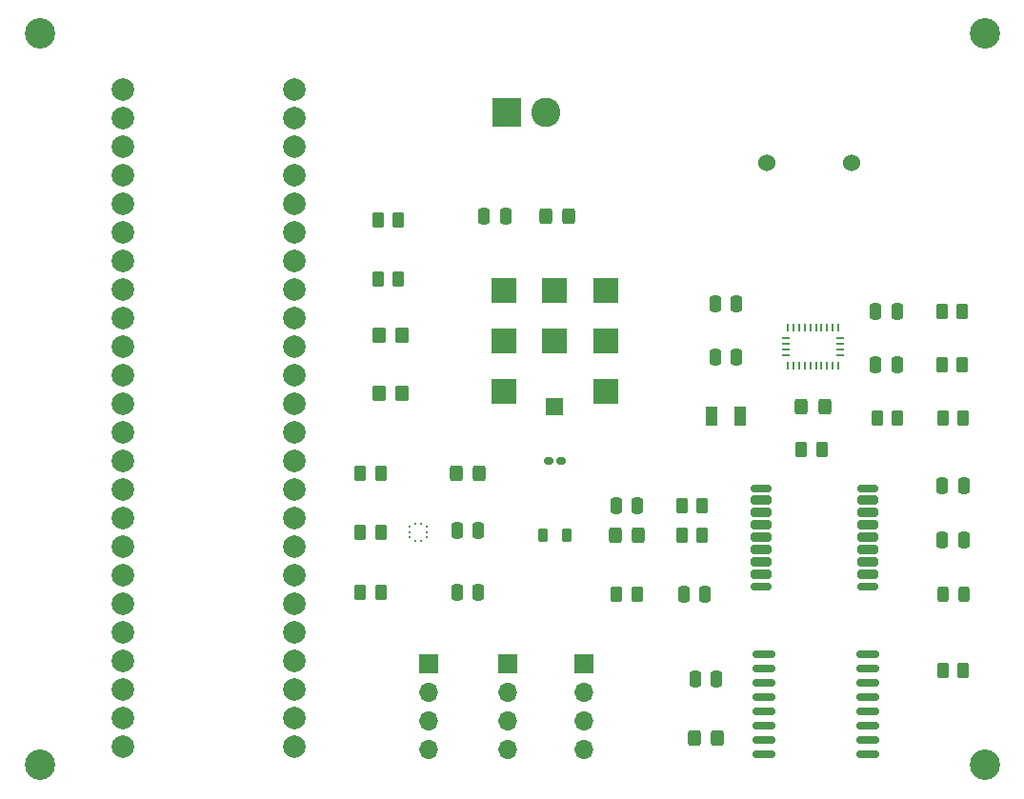
<source format=gbr>
%TF.GenerationSoftware,KiCad,Pcbnew,7.0.7*%
%TF.CreationDate,2024-01-17T19:34:37-05:00*%
%TF.ProjectId,Unified_Board,556e6966-6965-4645-9f42-6f6172642e6b,rev?*%
%TF.SameCoordinates,Original*%
%TF.FileFunction,Soldermask,Top*%
%TF.FilePolarity,Negative*%
%FSLAX46Y46*%
G04 Gerber Fmt 4.6, Leading zero omitted, Abs format (unit mm)*
G04 Created by KiCad (PCBNEW 7.0.7) date 2024-01-17 19:34:37*
%MOMM*%
%LPD*%
G01*
G04 APERTURE LIST*
G04 Aperture macros list*
%AMRoundRect*
0 Rectangle with rounded corners*
0 $1 Rounding radius*
0 $2 $3 $4 $5 $6 $7 $8 $9 X,Y pos of 4 corners*
0 Add a 4 corners polygon primitive as box body*
4,1,4,$2,$3,$4,$5,$6,$7,$8,$9,$2,$3,0*
0 Add four circle primitives for the rounded corners*
1,1,$1+$1,$2,$3*
1,1,$1+$1,$4,$5*
1,1,$1+$1,$6,$7*
1,1,$1+$1,$8,$9*
0 Add four rect primitives between the rounded corners*
20,1,$1+$1,$2,$3,$4,$5,0*
20,1,$1+$1,$4,$5,$6,$7,0*
20,1,$1+$1,$6,$7,$8,$9,0*
20,1,$1+$1,$8,$9,$2,$3,0*%
G04 Aperture macros list end*
%ADD10R,1.700000X1.700000*%
%ADD11O,1.700000X1.700000*%
%ADD12RoundRect,0.250000X-0.325000X-0.450000X0.325000X-0.450000X0.325000X0.450000X-0.325000X0.450000X0*%
%ADD13RoundRect,0.250000X-0.262500X-0.450000X0.262500X-0.450000X0.262500X0.450000X-0.262500X0.450000X0*%
%ADD14RoundRect,0.250000X0.250000X0.475000X-0.250000X0.475000X-0.250000X-0.475000X0.250000X-0.475000X0*%
%ADD15RoundRect,0.250000X-0.250000X-0.475000X0.250000X-0.475000X0.250000X0.475000X-0.250000X0.475000X0*%
%ADD16R,1.500000X1.500000*%
%ADD17R,2.300000X2.300000*%
%ADD18RoundRect,0.250000X0.325000X0.450000X-0.325000X0.450000X-0.325000X-0.450000X0.325000X-0.450000X0*%
%ADD19R,2.600000X2.600000*%
%ADD20C,2.600000*%
%ADD21R,0.250000X0.275000*%
%ADD22R,0.275000X0.250000*%
%ADD23C,2.700000*%
%ADD24C,1.524000*%
%ADD25R,0.254000X0.675000*%
%ADD26R,0.675000X0.254000*%
%ADD27RoundRect,0.150000X-0.875000X-0.150000X0.875000X-0.150000X0.875000X0.150000X-0.875000X0.150000X0*%
%ADD28R,1.000000X1.800000*%
%ADD29RoundRect,0.175000X0.725000X0.175000X-0.725000X0.175000X-0.725000X-0.175000X0.725000X-0.175000X0*%
%ADD30RoundRect,0.200000X0.700000X0.200000X-0.700000X0.200000X-0.700000X-0.200000X0.700000X-0.200000X0*%
%ADD31RoundRect,0.218750X0.218750X0.381250X-0.218750X0.381250X-0.218750X-0.381250X0.218750X-0.381250X0*%
%ADD32RoundRect,0.243750X-0.243750X-0.456250X0.243750X-0.456250X0.243750X0.456250X-0.243750X0.456250X0*%
%ADD33RoundRect,0.250000X-0.350000X-0.450000X0.350000X-0.450000X0.350000X0.450000X-0.350000X0.450000X0*%
%ADD34RoundRect,0.250000X0.262500X0.450000X-0.262500X0.450000X-0.262500X-0.450000X0.262500X-0.450000X0*%
%ADD35C,2.000000*%
%ADD36RoundRect,0.160000X-0.222500X-0.160000X0.222500X-0.160000X0.222500X0.160000X-0.222500X0.160000X0*%
G04 APERTURE END LIST*
D10*
%TO.C,J3*%
X107600000Y-96000000D03*
D11*
X107600000Y-98540000D03*
X107600000Y-101080000D03*
X107600000Y-103620000D03*
%TD*%
D12*
%TO.C,D2*%
X131175000Y-102600000D03*
X133225000Y-102600000D03*
%TD*%
D13*
%TO.C,R15*%
X103087500Y-56600000D03*
X104912500Y-56600000D03*
%TD*%
D14*
%TO.C,C10*%
X133150000Y-97400000D03*
X131250000Y-97400000D03*
%TD*%
D15*
%TO.C,C7*%
X153250000Y-85000000D03*
X155150000Y-85000000D03*
%TD*%
D16*
%TO.C,ANT1*%
X118800000Y-73200000D03*
D17*
X114300000Y-71800000D03*
X123300000Y-71800000D03*
X114300000Y-67300000D03*
X118800000Y-67300000D03*
X123300000Y-67300000D03*
X114300000Y-62800000D03*
X118800000Y-62800000D03*
X123300000Y-62800000D03*
%TD*%
D15*
%TO.C,C12*%
X124250000Y-82000000D03*
X126150000Y-82000000D03*
%TD*%
D18*
%TO.C,D5*%
X142775000Y-73200000D03*
X140725000Y-73200000D03*
%TD*%
D14*
%TO.C,C11*%
X114400000Y-56200000D03*
X112500000Y-56200000D03*
%TD*%
D19*
%TO.C,J1*%
X114500000Y-47000000D03*
D20*
X118000000Y-47000000D03*
%TD*%
D13*
%TO.C,R4*%
X101525000Y-84300000D03*
X103350000Y-84300000D03*
%TD*%
%TO.C,R16*%
X130087500Y-82000000D03*
X131912500Y-82000000D03*
%TD*%
D21*
%TO.C,Alt1*%
X106887500Y-83537500D03*
X106387500Y-83537500D03*
D22*
X105875000Y-83800000D03*
X105875000Y-84300000D03*
X105875000Y-84800000D03*
D21*
X106387500Y-85062500D03*
X106887500Y-85062500D03*
D22*
X107400000Y-84800000D03*
X107400000Y-84300000D03*
X107400000Y-83800000D03*
%TD*%
D15*
%TO.C,C5*%
X133050000Y-68750000D03*
X134950000Y-68750000D03*
%TD*%
D13*
%TO.C,R3*%
X101525000Y-89700000D03*
X103350000Y-89700000D03*
%TD*%
D23*
%TO.C,H1*%
X157000000Y-40000000D03*
%TD*%
D24*
%TO.C,BZ1*%
X137650000Y-51500000D03*
X145150000Y-51500000D03*
%TD*%
D13*
%TO.C,R14*%
X103087500Y-61800000D03*
X104912500Y-61800000D03*
%TD*%
D12*
%TO.C,D4*%
X110012500Y-79100000D03*
X112062500Y-79100000D03*
%TD*%
%TO.C,D3*%
X124175000Y-84600000D03*
X126225000Y-84600000D03*
%TD*%
D10*
%TO.C,J2*%
X114600000Y-96000000D03*
D11*
X114600000Y-98540000D03*
X114600000Y-101080000D03*
X114600000Y-103620000D03*
%TD*%
D25*
%TO.C,U1*%
X144000000Y-69500000D03*
D26*
X144137500Y-68587500D03*
X144137500Y-68087500D03*
X144137500Y-67587500D03*
X144137500Y-67087500D03*
D25*
X144000000Y-66175000D03*
X143500000Y-66175000D03*
X143000000Y-66175000D03*
X142500000Y-66175000D03*
X142000000Y-66175000D03*
X141500000Y-66175000D03*
X141000000Y-66175000D03*
X140500000Y-66175000D03*
X140000000Y-66175000D03*
X139500000Y-66175000D03*
D26*
X139362500Y-67087500D03*
X139362500Y-67587500D03*
X139362500Y-68087500D03*
X139362500Y-68587500D03*
D25*
X139500000Y-69500000D03*
X140000000Y-69500000D03*
X140500000Y-69500000D03*
X141000000Y-69500000D03*
X141500000Y-69500000D03*
X142000000Y-69500000D03*
X142500000Y-69500000D03*
X143000000Y-69500000D03*
X143500000Y-69500000D03*
%TD*%
D27*
%TO.C,U3*%
X137350000Y-95155000D03*
X137350000Y-96425000D03*
X137350000Y-97695000D03*
X137350000Y-98965000D03*
X137350000Y-100235000D03*
X137350000Y-101505000D03*
X137350000Y-102775000D03*
X137350000Y-104045000D03*
X146650000Y-104045000D03*
X146650000Y-102775000D03*
X146650000Y-101505000D03*
X146650000Y-100235000D03*
X146650000Y-98965000D03*
X146650000Y-97695000D03*
X146650000Y-96425000D03*
X146650000Y-95155000D03*
%TD*%
D15*
%TO.C,C2*%
X110087500Y-84200000D03*
X111987500Y-84200000D03*
%TD*%
D13*
%TO.C,R11*%
X140687500Y-77000000D03*
X142512500Y-77000000D03*
%TD*%
%TO.C,R7*%
X153275000Y-74162500D03*
X155100000Y-74162500D03*
%TD*%
%TO.C,R12*%
X101525000Y-79100000D03*
X103350000Y-79100000D03*
%TD*%
D14*
%TO.C,C8*%
X155150000Y-80200000D03*
X153250000Y-80200000D03*
%TD*%
D28*
%TO.C,Y1*%
X132750000Y-74000000D03*
X135250000Y-74000000D03*
%TD*%
D29*
%TO.C,U2*%
X146600000Y-89200000D03*
D30*
X146600000Y-88100000D03*
X146600000Y-87000000D03*
X146600000Y-85900000D03*
X146600000Y-84800000D03*
X146600000Y-83700000D03*
X146600000Y-82600000D03*
X146600000Y-81500000D03*
D29*
X146600000Y-80400000D03*
X137100000Y-80400000D03*
D30*
X137100000Y-81500000D03*
X137100000Y-82600000D03*
X137100000Y-83700000D03*
X137100000Y-84800000D03*
X137100000Y-85900000D03*
X137100000Y-87000000D03*
X137100000Y-88100000D03*
D29*
X137100000Y-89200000D03*
%TD*%
D10*
%TO.C,J4*%
X121400000Y-96000000D03*
D11*
X121400000Y-98540000D03*
X121400000Y-101080000D03*
X121400000Y-103620000D03*
%TD*%
D13*
%TO.C,R6*%
X153187500Y-69412500D03*
X155012500Y-69412500D03*
%TD*%
D31*
%TO.C,FB1*%
X119862500Y-84600000D03*
X117737500Y-84600000D03*
%TD*%
D23*
%TO.C,H3*%
X73000000Y-105000000D03*
%TD*%
D32*
%TO.C,D1*%
X153312500Y-89800000D03*
X155187500Y-89800000D03*
%TD*%
D14*
%TO.C,C1*%
X111987500Y-89700000D03*
X110087500Y-89700000D03*
%TD*%
D33*
%TO.C,R1*%
X103200000Y-66800000D03*
X105200000Y-66800000D03*
%TD*%
D13*
%TO.C,R5*%
X153187500Y-64662500D03*
X155012500Y-64662500D03*
%TD*%
D12*
%TO.C,D6*%
X117975000Y-56250000D03*
X120025000Y-56250000D03*
%TD*%
D34*
%TO.C,R9*%
X131912500Y-84600000D03*
X130087500Y-84600000D03*
%TD*%
D15*
%TO.C,C6*%
X133050000Y-64000000D03*
X134950000Y-64000000D03*
%TD*%
D14*
%TO.C,C9*%
X132150000Y-89800000D03*
X130250000Y-89800000D03*
%TD*%
D23*
%TO.C,H2*%
X73000000Y-40000000D03*
%TD*%
D15*
%TO.C,C3*%
X147300000Y-69412500D03*
X149200000Y-69412500D03*
%TD*%
D13*
%TO.C,R10*%
X153287500Y-96600000D03*
X155112500Y-96600000D03*
%TD*%
D23*
%TO.C,H4*%
X157000000Y-105000000D03*
%TD*%
D15*
%TO.C,C4*%
X147300000Y-64662500D03*
X149200000Y-64662500D03*
%TD*%
D34*
%TO.C,R8*%
X149250000Y-74162500D03*
X147425000Y-74162500D03*
%TD*%
D35*
%TO.C,Teensy4.1*%
X95620000Y-44990000D03*
X95620000Y-47530000D03*
X95620000Y-50070000D03*
X95620000Y-52610000D03*
X95620000Y-55150000D03*
X95620000Y-57690000D03*
X95620000Y-60230000D03*
X95620000Y-62770000D03*
X95620000Y-65310000D03*
X95620000Y-67850000D03*
X95620000Y-70390000D03*
X95620000Y-72930000D03*
X95620000Y-75470000D03*
X95620000Y-78010000D03*
X95620000Y-80550000D03*
X95620000Y-83090000D03*
X95620000Y-85630000D03*
X95620000Y-88170000D03*
X95620000Y-90710000D03*
X95620000Y-93250000D03*
X95620000Y-95790000D03*
X95620000Y-98330000D03*
X95620000Y-100870000D03*
X95620000Y-103410000D03*
X80380000Y-103410000D03*
X80380000Y-100870000D03*
X80380000Y-98330000D03*
X80380000Y-95790000D03*
X80380000Y-93250000D03*
X80380000Y-90710000D03*
X80380000Y-88170000D03*
X80380000Y-85630000D03*
X80380000Y-83090000D03*
X80380000Y-80550000D03*
X80380000Y-78010000D03*
X80380000Y-75470000D03*
X80380000Y-72930000D03*
X80380000Y-70390000D03*
X80380000Y-67850000D03*
X80380000Y-65310000D03*
X80380000Y-62770000D03*
X80380000Y-60230000D03*
X80380000Y-57690000D03*
X80380000Y-55150000D03*
X80380000Y-52610000D03*
X80380000Y-50070000D03*
X80380000Y-47530000D03*
X80380000Y-44990000D03*
%TD*%
D36*
%TO.C,D7 (opt)*%
X118227500Y-78000000D03*
X119372500Y-78000000D03*
%TD*%
D13*
%TO.C,R13*%
X124287500Y-89800000D03*
X126112500Y-89800000D03*
%TD*%
D33*
%TO.C,R2*%
X103200000Y-72000000D03*
X105200000Y-72000000D03*
%TD*%
M02*

</source>
